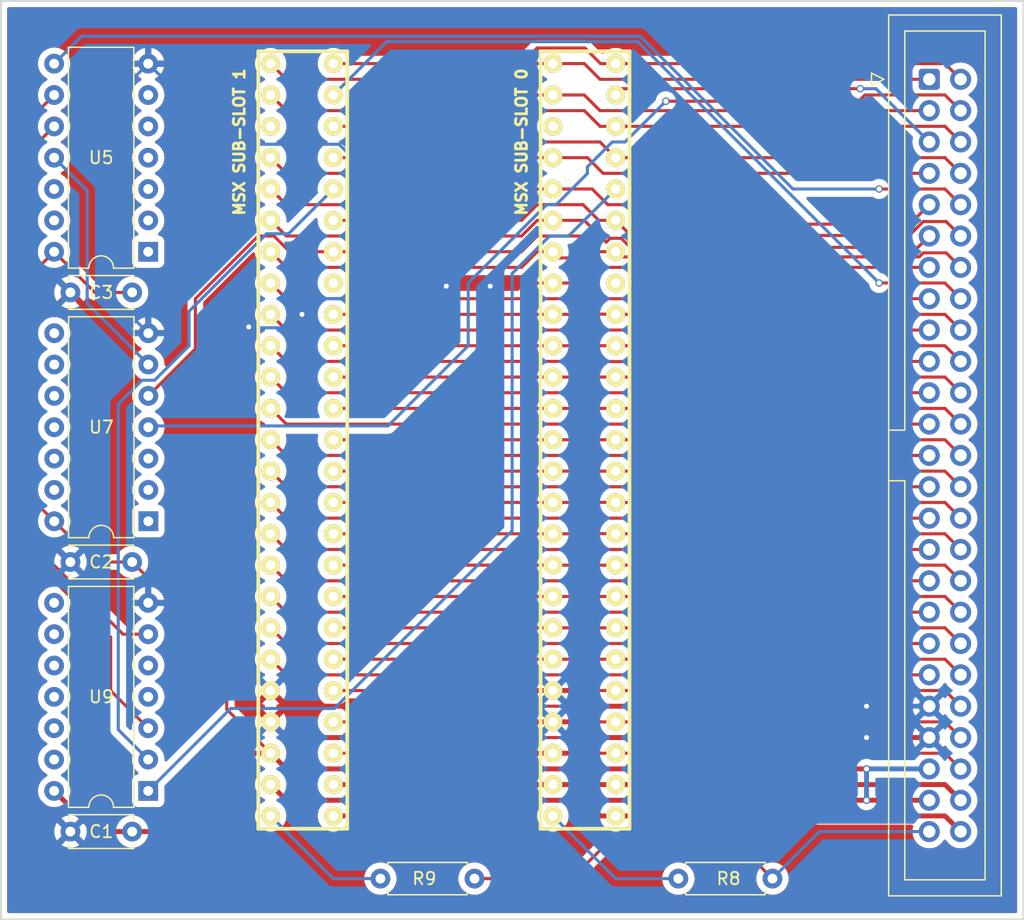
<source format=kicad_pcb>
(kicad_pcb (version 20211014) (generator pcbnew)
  (title_block (title "MSX Slot Expander") (date "2023-02-24") (rev "1"))
  (layers (0 "F.Cu" signal) (31 "B.Cu" signal) (34 "B.Paste" user) (35 "F.Paste" user) (36 "B.SilkS" user "B.Silkscreen") (37 "F.SilkS" user "F.Silkscreen") (38 "B.Mask" user) (39 "F.Mask" user) (44 "Edge.Cuts" user))
  (net 0 "")
  (net 1 "A9")
  (net 2 "A15")
  (net 3 "A11")
  (net 4 "A10")
  (net 5 "A7")
  (net 6 "A6")
  (net 7 "A12")
  (net 8 "A8")
  (net 9 "A14")
  (net 10 "A13")
  (net 11 "A1")
  (net 12 "A0")
  (net 13 "A3")
  (net 14 "A2")
  (net 15 "A5")
  (net 16 "A4")
  (net 17 "D1")
  (net 18 "D0")
  (net 19 "D3")
  (net 20 "D2")
  (net 21 "D5")
  (net 22 "D4")
  (net 23 "D7")
  (net 24 "D6")
  (net 25 "GND")
  (net 26 "CLOCK")
  (net 27 "SW1")
  (net 28 "+5V")
  (net 29 "SW2")
  (net 30 "+12V")
  (net 31 "SOUNDIN")
  (net 32 "-12V")
  (net 33 "{slash}CS1")
  (net 34 "{slash}CS2")
  (net 35 "{slash}CS12")
  (net 36 "{slash}SLTSL")
  (net 37 "EXP_SLTSL0")
  (net 38 "{slash}BUSDIR0")
  (net 39 "EXP_SLTSL1")
  (net 40 "{slash}BUSDIR1")
  (net 41 "{slash}RFSH")
  (net 42 "{slash}WAIT")
  (net 43 "{slash}INT")
  (net 44 "{slash}M1")
  (net 45 "{slash}BUSDIR")
  (net 46 "{slash}IORQ")
  (net 47 "{slash}MERQ")
  (net 48 "{slash}WR")
  (net 49 "{slash}RD")
  (net 50 "{slash}RESET")
  (net 54 "Net-(U5-Pad9)")
  (net 55 "Net-(U5-Pad10)")
  (net 56 "Net-(U5-Pad11)")
  (net 63 "{slash}BUSDIR2")
  (net 64 "{slash}BUSDIR3")
  (net 79 "SOUND0")
  (net 80 "SOUND1")
  (footprint "Resistors_THT:R_Axial_DIN0207_L6.3mm_D2.5mm_P7.62mm_Horizontal" (layer "F.Cu") (at 136.144 145.542)
    (fp_text reference "R8")
    (fp_text value "2K2" hide)
  )
  (footprint "Resistors_THT:R_Axial_DIN0207_L6.3mm_D2.5mm_P7.62mm_Horizontal" (layer "F.Cu") (at 112.014 145.542)
    (fp_text reference "R9")
    (fp_text value "2K2" hide)
  )
  (footprint "Roni Footprints:50_pin_edge_female" (layer "F.Cu") (at 125.984 79.502 -90)
    (fp_text reference "J2" hide)
    (fp_text value "MSX SUB-SLOT 0")
  )
  (footprint "Roni Footprints:50_pin_edge_female" (layer "F.Cu") (at 103.124 79.502 -90)
    (fp_text reference "J3" hide)
    (fp_text value "MSX SUB-SLOT 1")
  )
  (footprint "Connector_IDC:IDC-Header_2x25_P2.54mm_Vertical" (layer "F.Cu") (at 156.464 80.772)
    (fp_text reference "J1" hide)
    (fp_text value "IDC50P - MSX BUS" hide)
  )
  (footprint "Package_DIP:DIP-14_W7.62mm" (layer "F.Cu") (at 93.208 94.747 180)
    (fp_text reference "U5")
    (fp_text value "74LS11")
  )
  (footprint "Capacitor_THT:C_Disc_D5.0mm_W2.5mm_P5.00mm" (layer "F.Cu") (at 91.908 141.732 180)
    (fp_text reference "C1")
    (fp_text value "0.1" hide)
  )
  (footprint "Capacitor_THT:C_Disc_D5.0mm_W2.5mm_P5.00mm" (layer "F.Cu") (at 91.908 119.888 180)
    (fp_text reference "C2")
    (fp_text value "0.1" hide)
  )
  (footprint "Package_DIP:DIP-14_W7.62mm" (layer "F.Cu") (at 93.208 138.435 180)
    (fp_text reference "U9")
    (fp_text value "74LS08")
  )
  (footprint "Capacitor_THT:C_Disc_D5.0mm_W2.5mm_P5.00mm" (layer "F.Cu") (at 91.908 98.044 180)
    (fp_text reference "C3")
    (fp_text value "0.1" hide)
  )
  (footprint "Package_DIP:DIP-14_W7.62mm" (layer "F.Cu") (at 93.218 116.586 180)
    (fp_text reference "U7")
    (fp_text value "74LS32")
  )
  (gr_line (start 164.084 148.844) (end 141.224 148.844) (layer "Edge.Cuts") (width 0.15))
  (gr_line (start 164.084 74.422) (end 81.28 74.422) (layer "Edge.Cuts") (width 0.15))
  (gr_line (start 81.28 74.422) (end 81.28 148.844) (layer "Edge.Cuts") (width 0.15))
  (gr_line (start 164.084 148.844) (end 164.084 74.422) (layer "Edge.Cuts") (width 0.15))
  (gr_line (start 81.28 148.844) (end 141.224 148.844) (layer "Edge.Cuts") (width 0.15))
  (segment (start 128.497592 99.822) (end 129.767592 101.092) (width 0.25) (layer "F.Cu") (net 1))
  (segment (start 103.124 99.822) (end 104.394 101.092) (width 0.25) (layer "F.Cu") (net 1))
  (segment (start 124.714 99.822) (end 125.984 99.822) (width 0.25) (layer "F.Cu") (net 1))
  (segment (start 104.394 101.092) (end 123.444 101.092) (width 0.25) (layer "F.Cu") (net 1))
  (segment (start 129.767592 101.092) (end 156.464 101.092) (width 0.25) (layer "F.Cu") (net 1))
  (segment (start 123.444 101.092) (end 124.714 99.822) (width 0.25) (layer "F.Cu") (net 1))
  (segment (start 125.984 99.822) (end 128.497592 99.822) (width 0.25) (layer "F.Cu") (net 1))
  (segment (start 128.484539 98.552) (end 124.714 98.552) (width 0.25) (layer "F.Cu") (net 2))
  (segment (start 123.444 99.822) (end 124.714 98.552) (width 0.25) (layer "F.Cu") (net 2))
  (segment (start 129.735162 99.802623) (end 131.044623 99.802623) (width 0.25) (layer "F.Cu") (net 2))
  (segment (start 131.064 99.822) (end 157.734 99.822) (width 0.25) (layer "F.Cu") (net 2))
  (segment (start 108.204 99.822) (end 123.444 99.822) (width 0.25) (layer "F.Cu") (net 2))
  (segment (start 157.734 99.822) (end 159.004 101.092) (width 0.25) (layer "F.Cu") (net 2))
  (segment (start 131.044623 99.802623) (end 131.064 99.822) (width 0.25) (layer "F.Cu") (net 2))
  (segment (start 128.484539 98.552) (end 129.735162 99.802623) (width 0.25) (layer "F.Cu") (net 2))
  (segment (start 128.39191 102.362) (end 129.675743 103.645833) (width 0.25) (layer "F.Cu") (net 3))
  (segment (start 151.370167 103.645833) (end 151.384 103.632) (width 0.25) (layer "F.Cu") (net 3))
  (segment (start 125.984 102.362) (end 128.39191 102.362) (width 0.25) (layer "F.Cu") (net 3))
  (segment (start 103.124 102.362) (end 104.394 103.632) (width 0.25) (layer "F.Cu") (net 3))
  (segment (start 124.714 102.362) (end 125.984 102.362) (width 0.25) (layer "F.Cu") (net 3))
  (segment (start 151.384 103.632) (end 156.464 103.632) (width 0.25) (layer "F.Cu") (net 3))
  (segment (start 123.444 103.632) (end 124.714 102.362) (width 0.25) (layer "F.Cu") (net 3))
  (segment (start 129.675743 103.645833) (end 151.370167 103.645833) (width 0.25) (layer "F.Cu") (net 3))
  (segment (start 104.394 103.632) (end 123.444 103.632) (width 0.25) (layer "F.Cu") (net 3))
  (segment (start 123.444 102.362) (end 124.714 101.092) (width 0.25) (layer "F.Cu") (net 4))
  (segment (start 128.510646 101.092) (end 129.780646 102.362) (width 0.25) (layer "F.Cu") (net 4))
  (segment (start 157.734 102.362) (end 159.004 103.632) (width 0.25) (layer "F.Cu") (net 4))
  (segment (start 131.064 102.362) (end 157.734 102.362) (width 0.25) (layer "F.Cu") (net 4))
  (segment (start 129.780646 102.362) (end 131.064 102.362) (width 0.25) (layer "F.Cu") (net 4))
  (segment (start 108.204 102.362) (end 123.444 102.362) (width 0.25) (layer "F.Cu") (net 4))
  (segment (start 124.714 101.092) (end 128.510646 101.092) (width 0.25) (layer "F.Cu") (net 4))
  (segment (start 124.714 104.902) (end 125.984 104.902) (width 0.25) (layer "F.Cu") (net 5))
  (segment (start 103.124 104.902) (end 104.394 106.172) (width 0.25) (layer "F.Cu") (net 5))
  (segment (start 123.444 106.172) (end 124.714 104.902) (width 0.25) (layer "F.Cu") (net 5))
  (segment (start 129.764195 106.172) (end 156.464 106.172) (width 0.25) (layer "F.Cu") (net 5))
  (segment (start 104.394 106.172) (end 123.444 106.172) (width 0.25) (layer "F.Cu") (net 5))
  (segment (start 125.984 104.902) (end 128.494195 104.902) (width 0.25) (layer "F.Cu") (net 5))
  (segment (start 128.494195 104.902) (end 129.764195 106.172) (width 0.25) (layer "F.Cu") (net 5))
  (segment (start 157.734 104.902) (end 159.004 106.172) (width 0.25) (layer "F.Cu") (net 6))
  (segment (start 129.694008 104.902) (end 131.064 104.902) (width 0.25) (layer "F.Cu") (net 6))
  (segment (start 124.714 103.632) (end 128.424008 103.632) (width 0.25) (layer "F.Cu") (net 6))
  (segment (start 128.424008 103.632) (end 129.694008 104.902) (width 0.25) (layer "F.Cu") (net 6))
  (segment (start 131.064 104.902) (end 157.734 104.902) (width 0.25) (layer "F.Cu") (net 6))
  (segment (start 123.444 104.902) (end 124.714 103.632) (width 0.25) (layer "F.Cu") (net 6))
  (segment (start 108.204 104.902) (end 123.444 104.902) (width 0.25) (layer "F.Cu") (net 6))
  (segment (start 128.520301 107.442) (end 129.790301 108.712) (width 0.25) (layer "F.Cu") (net 7))
  (segment (start 103.124 107.442) (end 104.394 108.712) (width 0.25) (layer "F.Cu") (net 7))
  (segment (start 124.714 107.442) (end 125.984 107.442) (width 0.25) (layer "F.Cu") (net 7))
  (segment (start 129.790301 108.712) (end 156.464 108.712) (width 0.25) (layer "F.Cu") (net 7))
  (segment (start 123.444 108.712) (end 124.714 107.442) (width 0.25) (layer "F.Cu") (net 7))
  (segment (start 125.984 107.442) (end 128.520301 107.442) (width 0.25) (layer "F.Cu") (net 7))
  (segment (start 104.394 108.712) (end 123.444 108.712) (width 0.25) (layer "F.Cu") (net 7))
  (segment (start 131.064 107.442) (end 157.734 107.442) (width 0.25) (layer "F.Cu") (net 8))
  (segment (start 124.714 106.172) (end 128.507248 106.172) (width 0.25) (layer "F.Cu") (net 8))
  (segment (start 123.444 107.442) (end 124.714 106.172) (width 0.25) (layer "F.Cu") (net 8))
  (segment (start 128.507248 106.172) (end 129.777248 107.442) (width 0.25) (layer "F.Cu") (net 8))
  (segment (start 129.777248 107.442) (end 131.064 107.442) (width 0.25) (layer "F.Cu") (net 8))
  (segment (start 157.734 107.442) (end 159.004 108.712) (width 0.25) (layer "F.Cu") (net 8))
  (segment (start 108.204 107.442) (end 123.444 107.442) (width 0.25) (layer "F.Cu") (net 8))
  (segment (start 103.124 109.982) (end 104.394 111.252) (width 0.25) (layer "F.Cu") (net 9))
  (segment (start 104.394 111.252) (end 123.444 111.252) (width 0.25) (layer "F.Cu") (net 9))
  (segment (start 123.444 111.252) (end 124.714 109.982) (width 0.25) (layer "F.Cu") (net 9))
  (segment (start 124.714 109.982) (end 125.984 109.982) (width 0.25) (layer "F.Cu") (net 9))
  (segment (start 125.984 109.982) (end 128.527364 109.982) (width 0.25) (layer "F.Cu") (net 9))
  (segment (start 129.797364 111.252) (end 156.464 111.252) (width 0.25) (layer "F.Cu") (net 9))
  (segment (start 128.527364 109.982) (end 129.797364 111.252) (width 0.25) (layer "F.Cu") (net 9))
  (segment (start 157.734 109.982) (end 159.004 111.252) (width 0.25) (layer "F.Cu") (net 10))
  (segment (start 123.444 109.982) (end 124.714 108.712) (width 0.25) (layer "F.Cu") (net 10))
  (segment (start 124.714 108.712) (end 128.476221 108.712) (width 0.25) (layer "F.Cu") (net 10))
  (segment (start 108.204 109.982) (end 123.444 109.982) (width 0.25) (layer "F.Cu") (net 10))
  (segment (start 129.746221 109.982) (end 131.064 109.982) (width 0.25) (layer "F.Cu") (net 10))
  (segment (start 128.476221 108.712) (end 129.746221 109.982) (width 0.25) (layer "F.Cu") (net 10))
  (segment (start 131.064 109.982) (end 157.734 109.982) (width 0.25) (layer "F.Cu") (net 10))
  (segment (start 104.394 113.792) (end 123.444 113.792) (width 0.25) (layer "F.Cu") (net 11))
  (segment (start 125.984 112.522) (end 128.515381 112.522) (width 0.25) (layer "F.Cu") (net 11))
  (segment (start 128.515381 112.522) (end 129.785381 113.792) (width 0.25) (layer "F.Cu") (net 11))
  (segment (start 129.785381 113.792) (end 156.464 113.792) (width 0.25) (layer "F.Cu") (net 11))
  (segment (start 124.714 112.522) (end 125.984 112.522) (width 0.25) (layer "F.Cu") (net 11))
  (segment (start 103.124 112.522) (end 104.394 113.792) (width 0.25) (layer "F.Cu") (net 11))
  (segment (start 123.444 113.792) (end 124.714 112.522) (width 0.25) (layer "F.Cu") (net 11))
  (segment (start 124.714 111.252) (end 128.521373 111.252) (width 0.25) (layer "F.Cu") (net 12))
  (segment (start 157.734 112.522) (end 159.004 113.792) (width 0.25) (layer "F.Cu") (net 12))
  (segment (start 123.444 112.522) (end 124.714 111.252) (width 0.25) (layer "F.Cu") (net 12))
  (segment (start 128.521373 111.252) (end 129.792296 112.522923) (width 0.25) (layer "F.Cu") (net 12))
  (segment (start 131.064 112.522) (end 157.734 112.522) (width 0.25) (layer "F.Cu") (net 12))
  (segment (start 129.792296 112.522923) (end 131.063077 112.522923) (width 0.25) (layer "F.Cu") (net 12))
  (segment (start 131.063077 112.522923) (end 131.064 112.522) (width 0.25) (layer "F.Cu") (net 12))
  (segment (start 108.204 112.522) (end 123.444 112.522) (width 0.25) (layer "F.Cu") (net 12))
  (segment (start 104.394 116.332) (end 123.444 116.332) (width 0.25) (layer "F.Cu") (net 13))
  (segment (start 128.522443 115.062) (end 129.792443 116.332) (width 0.25) (layer "F.Cu") (net 13))
  (segment (start 129.792443 116.332) (end 156.464 116.332) (width 0.25) (layer "F.Cu") (net 13))
  (segment (start 125.984 115.062) (end 128.522443 115.062) (width 0.25) (layer "F.Cu") (net 13))
  (segment (start 124.714 115.062) (end 125.984 115.062) (width 0.25) (layer "F.Cu") (net 13))
  (segment (start 103.124 115.062) (end 104.394 116.332) (width 0.25) (layer "F.Cu") (net 13))
  (segment (start 123.444 116.332) (end 124.714 115.062) (width 0.25) (layer "F.Cu") (net 13))
  (segment (start 131.064 115.062) (end 157.734 115.062) (width 0.25) (layer "F.Cu") (net 14))
  (segment (start 128.452255 113.792) (end 129.713831 115.053576) (width 0.25) (layer "F.Cu") (net 14))
  (segment (start 131.055576 115.053576) (end 131.064 115.062) (width 0.25) (layer "F.Cu") (net 14))
  (segment (start 108.204 115.062) (end 123.444 115.062) (width 0.25) (layer "F.Cu") (net 14))
  (segment (start 157.734 115.062) (end 159.004 116.332) (width 0.25) (layer "F.Cu") (net 14))
  (segment (start 123.444 115.062) (end 124.714 113.792) (width 0.25) (layer "F.Cu") (net 14))
  (segment (start 129.713831 115.053576) (end 131.055576 115.053576) (width 0.25) (layer "F.Cu") (net 14))
  (segment (start 124.714 113.792) (end 128.452255 113.792) (width 0.25) (layer "F.Cu") (net 14))
  (segment (start 103.124 117.602) (end 104.394 118.872) (width 0.25) (layer "F.Cu") (net 15))
  (segment (start 104.394 118.872) (end 123.444 118.872) (width 0.25) (layer "F.Cu") (net 15))
  (segment (start 123.444 118.872) (end 124.714 117.602) (width 0.25) (layer "F.Cu") (net 15))
  (segment (start 128.491415 117.602) (end 129.761415 118.872) (width 0.25) (layer "F.Cu") (net 15))
  (segment (start 124.714 117.602) (end 125.984 117.602) (width 0.25) (layer "F.Cu") (net 15))
  (segment (start 129.761415 118.872) (end 156.464 118.872) (width 0.25) (layer "F.Cu") (net 15))
  (segment (start 125.984 117.602) (end 128.491415 117.602) (width 0.25) (layer "F.Cu") (net 15))
  (segment (start 128.478362 116.332) (end 129.732876 117.586514) (width 0.25) (layer "F.Cu") (net 16))
  (segment (start 123.444 117.602) (end 124.714 116.332) (width 0.25) (layer "F.Cu") (net 16))
  (segment (start 131.048514 117.586514) (end 131.064 117.602) (width 0.25) (layer "F.Cu") (net 16))
  (segment (start 124.714 116.332) (end 128.478362 116.332) (width 0.25) (layer "F.Cu") (net 16))
  (segment (start 108.204 117.602) (end 123.444 117.602) (width 0.25) (layer "F.Cu") (net 16))
  (segment (start 129.732876 117.586514) (end 131.048514 117.586514) (width 0.25) (layer "F.Cu") (net 16))
  (segment (start 131.064 117.602) (end 157.734 117.602) (width 0.25) (layer "F.Cu") (net 16))
  (segment (start 157.734 117.602) (end 159.004 118.872) (width 0.25) (layer "F.Cu") (net 16))
  (segment (start 103.124 120.142) (end 104.394 121.412) (width 0.25) (layer "F.Cu") (net 17))
  (segment (start 129.768478 121.412) (end 156.464 121.412) (width 0.25) (layer "F.Cu") (net 17))
  (segment (start 124.714 120.142) (end 125.984 120.142) (width 0.25) (layer "F.Cu") (net 17))
  (segment (start 123.444 121.412) (end 124.714 120.142) (width 0.25) (layer "F.Cu") (net 17))
  (segment (start 104.394 121.412) (end 123.444 121.412) (width 0.25) (layer "F.Cu") (net 17))
  (segment (start 128.498478 120.142) (end 129.768478 121.412) (width 0.25) (layer "F.Cu") (net 17))
  (segment (start 125.984 120.142) (end 128.498478 120.142) (width 0.25) (layer "F.Cu") (net 17))
  (segment (start 124.714 118.872) (end 128.504469 118.872) (width 0.25) (layer "F.Cu") (net 18))
  (segment (start 108.204 120.142) (end 123.444 120.142) (width 0.25) (layer "F.Cu") (net 18))
  (segment (start 157.734 120.142) (end 159.004 121.412) (width 0.25) (layer "F.Cu") (net 18))
  (segment (start 123.444 120.142) (end 124.714 118.872) (width 0.25) (layer "F.Cu") (net 18))
  (segment (start 128.504469 118.872) (end 129.774469 120.142) (width 0.25) (layer "F.Cu") (net 18))
  (segment (start 129.774469 120.142) (end 131.064 120.142) (width 0.25) (layer "F.Cu") (net 18))
  (segment (start 131.064 120.142) (end 157.734 120.142) (width 0.25) (layer "F.Cu") (net 18))
  (segment (start 129.737451 123.952) (end 156.464 123.952) (width 0.25) (layer "F.Cu") (net 19))
  (segment (start 128.467451 122.682) (end 129.737451 123.952) (width 0.25) (layer "F.Cu") (net 19))
  (segment (start 124.714 122.682) (end 125.984 122.682) (width 0.25) (layer "F.Cu") (net 19))
  (segment (start 104.394 123.952) (end 123.444 123.952) (width 0.25) (layer "F.Cu") (net 19))
  (segment (start 125.984 122.682) (end 128.467451 122.682) (width 0.25) (layer "F.Cu") (net 19))
  (segment (start 103.124 122.682) (end 104.394 123.952) (width 0.25) (layer "F.Cu") (net 19))
  (segment (start 123.444 123.952) (end 124.714 122.682) (width 0.25) (layer "F.Cu") (net 19))
  (segment (start 108.204 122.682) (end 123.444 122.682) (width 0.25) (layer "F.Cu") (net 20))
  (segment (start 128.492486 121.412) (end 129.762486 122.682) (width 0.25) (layer "F.Cu") (net 20))
  (segment (start 124.714 121.412) (end 128.492486 121.412) (width 0.25) (layer "F.Cu") (net 20))
  (segment (start 129.762486 122.682) (end 131.064 122.682) (width 0.25) (layer "F.Cu") (net 20))
  (segment (start 131.064 122.682) (end 157.734 122.682) (width 0.25) (layer "F.Cu") (net 20))
  (segment (start 123.444 122.682) (end 124.714 121.412) (width 0.25) (layer "F.Cu") (net 20))
  (segment (start 157.734 122.682) (end 159.004 123.952) (width 0.25) (layer "F.Cu") (net 20))
  (segment (start 124.714 125.222) (end 125.984 125.222) (width 0.25) (layer "F.Cu") (net 21))
  (segment (start 104.394 126.492) (end 123.444 126.492) (width 0.25) (layer "F.Cu") (net 21))
  (segment (start 125.984 125.222) (end 128.476036 125.222) (width 0.25) (layer "F.Cu") (net 21))
  (segment (start 129.746036 126.492) (end 156.464 126.492) (width 0.25) (layer "F.Cu") (net 21))
  (segment (start 128.476036 125.222) (end 129.746036 126.492) (width 0.25) (layer "F.Cu") (net 21))
  (segment (start 123.444 126.492) (end 124.714 125.222) (width 0.25) (layer "F.Cu") (net 21))
  (segment (start 103.124 125.222) (end 104.394 126.492) (width 0.25) (layer "F.Cu") (net 21))
  (segment (start 123.444 125.222) (end 124.714 123.952) (width 0.25) (layer "F.Cu") (net 22))
  (segment (start 124.714 123.952) (end 128.499548 123.952) (width 0.25) (layer "F.Cu") (net 22))
  (segment (start 157.734 125.222) (end 159.004 126.492) (width 0.25) (layer "F.Cu") (net 22))
  (segment (start 129.769548 125.222) (end 131.064 125.222) (width 0.25) (layer "F.Cu") (net 22))
  (segment (start 128.499548 123.952) (end 129.769548 125.222) (width 0.25) (layer "F.Cu") (net 22))
  (segment (start 108.204 125.222) (end 123.444 125.222) (width 0.25) (layer "F.Cu") (net 22))
  (segment (start 131.064 125.222) (end 157.734 125.222) (width 0.25) (layer "F.Cu") (net 22))
  (segment (start 103.124 127.762) (end 104.394 129.032) (width 0.25) (layer "F.Cu") (net 23))
  (segment (start 123.444 129.032) (end 124.714 127.762) (width 0.25) (layer "F.Cu") (net 23))
  (segment (start 124.714 127.762) (end 125.984 127.762) (width 0.25) (layer "F.Cu") (net 23))
  (segment (start 129.734053 129.032) (end 156.464 129.032) (width 0.25) (layer "F.Cu") (net 23))
  (segment (start 128.464053 127.762) (end 129.734053 129.032) (width 0.25) (layer "F.Cu") (net 23))
  (segment (start 104.394 129.032) (end 123.444 129.032) (width 0.25) (layer "F.Cu") (net 23))
  (segment (start 125.984 127.762) (end 128.464053 127.762) (width 0.25) (layer "F.Cu") (net 23))
  (segment (start 128.508134 126.492) (end 129.778134 127.762) (width 0.25) (layer "F.Cu") (net 24))
  (segment (start 131.064 127.762) (end 157.734 127.762) (width 0.25) (layer "F.Cu") (net 24))
  (segment (start 108.204 127.762) (end 123.444 127.762) (width 0.25) (layer "F.Cu") (net 24))
  (segment (start 124.714 126.492) (end 128.508134 126.492) (width 0.25) (layer "F.Cu") (net 24))
  (segment (start 129.778134 127.762) (end 131.064 127.762) (width 0.25) (layer "F.Cu") (net 24))
  (segment (start 123.444 127.762) (end 124.714 126.492) (width 0.25) (layer "F.Cu") (net 24))
  (segment (start 157.734 127.762) (end 159.004 129.032) (width 0.25) (layer "F.Cu") (net 24))
  (segment (start 117.348 97.536) (end 120.904 97.536) (width 0.25) (layer "F.Cu") (net 25))
  (segment (start 104.394 131.572) (end 123.444 131.572) (width 0.4) (layer "F.Cu") (net 25))
  (segment (start 151.384 134.112) (end 156.464 134.112) (width 0.4) (layer "F.Cu") (net 25))
  (segment (start 125.984 132.842) (end 128.535311 132.842) (width 0.4) (layer "F.Cu") (net 25))
  (segment (start 128.535311 132.842) (end 129.805311 134.112) (width 0.4) (layer "F.Cu") (net 25))
  (segment (start 129.805311 134.112) (end 151.384 134.112) (width 0.4) (layer "F.Cu") (net 25))
  (segment (start 123.444 134.112) (end 124.714 132.842) (width 0.4) (layer "F.Cu") (net 25))
  (segment (start 124.714 130.302) (end 125.984 130.302) (width 0.4) (layer "F.Cu") (net 25))
  (segment (start 129.722071 131.572) (end 151.384 131.572) (width 0.4) (layer "F.Cu") (net 25))
  (segment (start 125.984 130.302) (end 128.452071 130.302) (width 0.4) (layer "F.Cu") (net 25))
  (segment (start 103.124 130.302) (end 104.394 131.572) (width 0.4) (layer "F.Cu") (net 25))
  (segment (start 124.714 132.842) (end 125.984 132.842) (width 0.4) (layer "F.Cu") (net 25))
  (segment (start 128.452071 130.302) (end 129.722071 131.572) (width 0.4) (layer "F.Cu") (net 25))
  (segment (start 123.444 131.572) (end 124.714 130.302) (width 0.4) (layer "F.Cu") (net 25))
  (segment (start 103.124 132.842) (end 104.394 134.112) (width 0.4) (layer "F.Cu") (net 25))
  (segment (start 104.394 134.112) (end 123.444 134.112) (width 0.4) (layer "F.Cu") (net 25))
  (via (at 120.904 97.536) (size 0.6) (drill 0.4) (layers "F.Cu" "B.Cu") (net 25))
  (via (at 105.664 99.822) (size 0.6) (drill 0.4) (layers "F.Cu" "B.Cu") (net 25))
  (via (at 101.346 100.838) (size 0.6) (drill 0.4) (layers "F.Cu" "B.Cu") (net 25))
  (via (at 151.384 131.572) (size 0.6) (drill 0.4) (layers "F.Cu" "B.Cu") (net 25))
  (via (at 151.384 134.112) (size 0.6) (drill 0.4) (layers "F.Cu" "B.Cu") (net 25))
  (via (at 117.348 97.536) (size 0.6) (drill 0.4) (layers "F.Cu" "B.Cu") (net 25))
  (segment (start 84.074 138.898) (end 84.074 122.722) (width 0.25) (layer "B.Cu") (net 25))
  (segment (start 84.074 122.722) (end 86.908 119.888) (width 0.25) (layer "B.Cu") (net 25))
  (segment (start 117.348 97.536) (end 117.348 94.728749) (width 0.25) (layer "B.Cu") (net 25))
  (segment (start 106.934 98.552) (end 116.332 98.552) (width 0.25) (layer "B.Cu") (net 25))
  (segment (start 151.384 134.112) (end 151.384 131.572) (width 0.4) (layer "B.Cu") (net 25))
  (segment (start 84.074 117.054) (end 84.074 100.878) (width 0.25) (layer "B.Cu") (net 25))
  (segment (start 108.654251 86.035) (end 99.736 86.035) (width 0.25) (layer "B.Cu") (net 25))
  (segment (start 151.384 131.572) (end 156.464 131.572) (width 0.4) (layer "B.Cu") (net 25))
  (segment (start 105.664 99.822) (end 106.934 98.552) (width 0.25) (layer "B.Cu") (net 25))
  (segment (start 99.736 86.035) (end 93.208 79.507) (width 0.25) (layer "B.Cu") (net 25))
  (segment (start 116.332 98.552) (end 117.348 97.536) (width 0.25) (layer "B.Cu") (net 25))
  (segment (start 101.417 100.909) (end 101.346 100.838) (width 0.25) (layer "B.Cu") (net 25))
  (segment (start 90.17 98.298) (end 90.17 82.545) (width 0.25) (layer "B.Cu") (net 25))
  (segment (start 105.664 99.822) (end 104.577 100.909) (width 0.25) (layer "B.Cu") (net 25))
  (segment (start 84.074 100.878) (end 86.908 98.044) (width 0.25) (layer "B.Cu") (net 25))
  (segment (start 86.908 141.732) (end 84.074 138.898) (width 0.25) (layer "B.Cu") (net 25))
  (segment (start 93.218 101.346) (end 90.17 98.298) (width 0.25) (layer "B.Cu") (net 25))
  (segment (start 86.908 119.888) (end 84.074 117.054) (width 0.25) (layer "B.Cu") (net 25))
  (segment (start 90.17 82.545) (end 93.208 79.507) (width 0.25) (layer "B.Cu") (net 25))
  (segment (start 104.577 100.909) (end 101.417 100.909) (width 0.25) (layer "B.Cu") (net 25))
  (segment (start 117.348 94.728749) (end 108.654251 86.035) (width 0.25) (layer "B.Cu") (net 25))
  (segment (start 108.204 130.302) (end 123.444 130.302) (width 0.25) (layer "F.Cu") (net 26))
  (segment (start 129.709018 130.302) (end 131.064 130.302) (width 0.25) (layer "F.Cu") (net 26))
  (segment (start 128.439018 129.032) (end 129.709018 130.302) (width 0.25) (layer "F.Cu") (net 26))
  (segment (start 157.734 130.302) (end 131.064 130.302) (width 0.25) (layer "F.Cu") (net 26))
  (segment (start 159.004 131.572) (end 157.734 130.302) (width 0.25) (layer "F.Cu") (net 26))
  (segment (start 123.444 130.302) (end 124.714 129.032) (width 0.25) (layer "F.Cu") (net 26))
  (segment (start 124.714 129.032) (end 128.439018 129.032) (width 0.25) (layer "F.Cu") (net 26))
  (segment (start 108.204 132.842) (end 123.698 132.842) (width 0.25) (layer "F.Cu") (net 27))
  (segment (start 123.698 132.842) (end 124.968 131.572) (width 0.25) (layer "F.Cu") (net 27))
  (segment (start 129.794 132.842) (end 131.064 132.842) (width 0.25) (layer "F.Cu") (net 27))
  (segment (start 128.524 131.572) (end 129.794 132.842) (width 0.25) (layer "F.Cu") (net 27))
  (segment (start 159.004 134.112) (end 157.734 132.842) (width 0.25) (layer "F.Cu") (net 27))
  (segment (start 157.734 132.842) (end 131.064 132.842) (width 0.25) (layer "F.Cu") (net 27))
  (segment (start 124.968 131.572) (end 128.524 131.572) (width 0.25) (layer "F.Cu") (net 27))
  (segment (start 128.466194 135.382) (end 125.984 135.382) (width 0.4) (layer "F.Cu") (net 28))
  (segment (start 125.984 137.922) (end 124.714 137.922) (width 0.4) (layer "F.Cu") (net 28))
  (segment (start 99.568 131.826) (end 99.568 127.548) (width 0.25) (layer "F.Cu") (net 28))
  (segment (start 129.857524 139.192) (end 151.384 139.192) (width 0.4) (layer "F.Cu") (net 28))
  (segment (start 88.885 98.044) (end 85.588 94.747) (width 0.25) (layer "F.Cu") (net 28))
  (segment (start 101.854 135.382) (end 95.504 141.732) (width 0.4) (layer "F.Cu") (net 28))
  (segment (start 124.714 135.382) (end 125.984 135.382) (width 0.4) (layer "F.Cu") (net 28))
  (segment (start 124.714 137.922) (end 123.444 139.192) (width 0.4) (layer "F.Cu") (net 28))
  (segment (start 104.394 136.652) (end 123.444 136.652) (width 0.4) (layer "F.Cu") (net 28))
  (segment (start 103.124 135.382) (end 99.568 131.826) (width 0.25) (layer "F.Cu") (net 28))
  (segment (start 125.984 137.922) (end 128.587524 137.922) (width 0.4) (layer "F.Cu") (net 28))
  (segment (start 88.9 119.888) (end 85.598 116.586) (width 0.25) (layer "F.Cu") (net 28))
  (segment (start 103.124 135.382) (end 101.854 135.382) (width 0.4) (layer "F.Cu") (net 28))
  (segment (start 128.587524 137.922) (end 129.857524 139.192) (width 0.4) (layer "F.Cu") (net 28))
  (segment (start 103.124 135.382) (end 104.394 136.652) (width 0.4) (layer "F.Cu") (net 28))
  (segment (start 88.885 141.732) (end 85.588 138.435) (width 0.4) (layer "F.Cu") (net 28))
  (segment (start 91.908 141.732) (end 88.885 141.732) (width 0.4) (layer "F.Cu") (net 28))
  (segment (start 151.384 136.652) (end 129.736194 136.652) (width 0.4) (layer "F.Cu") (net 28))
  (segment (start 95.504 141.732) (end 91.908 141.732) (width 0.4) (layer "F.Cu") (net 28))
  (segment (start 85.598 116.586) (end 84.144399 115.132399) (width 0.25) (layer "F.Cu") (net 28))
  (segment (start 151.384 139.192) (end 156.464 139.192) (width 0.4) (layer "F.Cu") (net 28))
  (segment (start 91.908 119.888) (end 88.9 119.888) (width 0.25) (layer "F.Cu") (net 28))
  (segment (start 91.908 98.044) (end 88.885 98.044) (width 0.25) (layer "F.Cu") (net 28))
  (segment (start 84.144399 96.190601) (end 85.588 94.747) (width 0.25) (layer "F.Cu") (net 28))
  (segment (start 99.568 127.548) (end 91.908 119.888) (width 0.25) (layer "F.Cu") (net 28))
  (segment (start 123.444 136.652) (end 124.714 135.382) (width 0.4) (layer "F.Cu") (net 28))
  (segment (start 84.144399 115.132399) (end 84.144399 96.190601) (width 0.25) (layer "F.Cu") (net 28))
  (segment (start 129.736194 136.652) (end 128.466194 135.382) (width 0.4) (layer "F.Cu") (net 28))
  (segment (start 123.444 139.192) (end 104.394 139.192) (width 0.4) (layer "F.Cu") (net 28))
  (segment (start 104.394 139.192) (end 103.124 137.922) (width 0.4) (layer "F.Cu") (net 28))
  (via (at 151.384 139.192) (size 0.6) (drill 0.4) (layers "F.Cu" "B.Cu") (net 28))
  (via (at 151.384 136.652) (size 0.6) (drill 0.4) (layers "F.Cu" "B.Cu") (net 28))
  (segment (start 151.384 139.192) (end 151.384 136.652) (width 0.4) (layer "B.Cu") (net 28))
  (segment (start 156.464 136.652) (end 151.384 136.652) (width 0.4) (layer "B.Cu") (net 28))
  (segment (start 108.204 135.382) (end 123.444 135.382) (width 0.25) (layer "F.Cu") (net 29))
  (segment (start 157.734 135.382) (end 131.064 135.382) (width 0.25) (layer "F.Cu") (net 29))
  (segment (start 124.714 134.112) (end 128.524 134.112) (width 0.25) (layer "F.Cu") (net 29))
  (segment (start 123.444 135.382) (end 124.714 134.112) (width 0.25) (layer "F.Cu") (net 29))
  (segment (start 128.524 134.112) (end 129.794 135.382) (width 0.25) (layer "F.Cu") (net 29))
  (segment (start 129.794 135.382) (end 131.064 135.382) (width 0.25) (layer "F.Cu") (net 29))
  (segment (start 159.004 136.652) (end 157.734 135.382) (width 0.25) (layer "F.Cu") (net 29))
  (segment (start 108.204 137.922) (end 123.444 137.922) (width 0.4) (layer "F.Cu") (net 30))
  (segment (start 129.749248 137.922) (end 131.064 137.922) (width 0.4) (layer "F.Cu") (net 30))
  (segment (start 124.714 136.652) (end 128.479248 136.652) (width 0.4) (layer "F.Cu") (net 30))
  (segment (start 123.444 137.922) (end 124.714 136.652) (width 0.4) (layer "F.Cu") (net 30))
  (segment (start 128.479248 136.652) (end 129.749248 137.922) (width 0.4) (layer "F.Cu") (net 30))
  (segment (start 157.734 137.922) (end 131.064 137.922) (width 0.4) (layer "F.Cu") (net 30))
  (segment (start 159.004 139.192) (end 157.734 137.922) (width 0.4) (layer "F.Cu") (net 30))
  (segment (start 119.634 145.542) (end 127.508 145.542) (width 0.25) (layer "F.Cu") (net 31))
  (segment (start 141.224 143.002) (end 143.764 145.542) (width 0.25) (layer "F.Cu") (net 31))
  (segment (start 130.048 143.002) (end 141.224 143.002) (width 0.25) (layer "F.Cu") (net 31))
  (segment (start 127.508 145.542) (end 130.048 143.002) (width 0.25) (layer "F.Cu") (net 31))
  (segment (start 147.574 141.732) (end 143.764 145.542) (width 0.25) (layer "B.Cu") (net 31))
  (segment (start 156.464 141.732) (end 147.574 141.732) (width 0.25) (layer "B.Cu") (net 31))
  (segment (start 128.543444 139.192) (end 129.813444 140.462) (width 0.4) (layer "F.Cu") (net 32))
  (segment (start 123.444 140.462) (end 124.714 139.192) (width 0.4) (layer "F.Cu") (net 32))
  (segment (start 157.734 140.462) (end 131.064 140.462) (width 0.4) (layer "F.Cu") (net 32))
  (segment (start 124.714 139.192) (end 128.543444 139.192) (width 0.4) (layer "F.Cu") (net 32))
  (segment (start 159.004 141.732) (end 157.734 140.462) (width 0.4) (layer "F.Cu") (net 32))
  (segment (start 129.813444 140.462) (end 131.064 140.462) (width 0.4) (layer "F.Cu") (net 32))
  (segment (start 108.204 140.462) (end 123.444 140.462) (width 0.4) (layer "F.Cu") (net 32))
  (segment (start 128.524 79.502) (end 129.794 80.772) (width 0.25) (layer "F.Cu") (net 33))
  (segment (start 129.794 80.772) (end 156.464 80.772) (width 0.25) (layer "F.Cu") (net 33))
  (segment (start 104.394 80.772) (end 123.444 80.772) (width 0.25) (layer "F.Cu") (net 33))
  (segment (start 103.124 79.502) (end 104.394 80.772) (width 0.25) (layer "F.Cu") (net 33))
  (segment (start 125.984 79.502) (end 128.524 79.502) (width 0.25) (layer "F.Cu") (net 33))
  (segment (start 123.444 80.772) (end 124.714 79.502) (width 0.25) (layer "F.Cu") (net 33))
  (segment (start 124.714 79.502) (end 125.984 79.502) (width 0.25) (layer "F.Cu") (net 33))
  (segment (start 157.734 79.502) (end 159.004 80.772) (width 0.25) (layer "F.Cu") (net 34))
  (segment (start 123.444 79.502) (end 124.714 78.232) (width 0.25) (layer "F.Cu") (net 34))
  (segment (start 124.714 78.232) (end 128.57202 78.232) (width 0.25) (layer "F.Cu") (net 34))
  (segment (start 129.84202 79.502) (end 131.064 79.502) (width 0.25) (layer "F.Cu") (net 34))
  (segment (start 128.57202 78.232) (end 129.84202 79.502) (width 0.25) (layer "F.Cu") (net 34))
  (segment (start 108.204 79.502) (end 123.444 79.502) (width 0.25) (layer "F.Cu") (net 34))
  (segment (start 131.064 79.502) (end 157.734 79.502) (width 0.25) (layer "F.Cu") (net 34))
  (segment (start 125.984 82.042) (end 128.524 82.042) (width 0.25) (layer "F.Cu") (net 35))
  (segment (start 103.124 82.042) (end 104.394 83.312) (width 0.25) (layer "F.Cu") (net 35))
  (segment (start 128.524 82.042) (end 129.794 83.312) (width 0.25) (layer "F.Cu") (net 35))
  (segment (start 124.714 82.042) (end 125.984 82.042) (width 0.25) (layer "F.Cu") (net 35))
  (segment (start 129.794 83.312) (end 156.464 83.312) (width 0.25) (layer "F.Cu") (net 35))
  (segment (start 104.394 83.312) (end 123.444 83.312) (width 0.25) (layer "F.Cu") (net 35))
  (segment (start 123.444 83.312) (end 124.714 82.042) (width 0.25) (layer "F.Cu") (net 35))
  (segment (start 157.734 82.042) (end 159.004 83.312) (width 0.25) (layer "F.Cu") (net 36))
  (segment (start 135.128 82.55) (end 150.743884 82.55) (width 0.25) (layer "F.Cu") (net 36))
  (segment (start 150.743884 82.55) (end 151.251884 82.042) (width 0.25) (layer "F.Cu") (net 36))
  (segment (start 151.251884 82.042) (end 157.734 82.042) (width 0.25) (layer "F.Cu") (net 36))
  (via (at 135.128 82.55) (size 0.6) (drill 0.4) (layers "F.Cu" "B.Cu") (net 36))
  (segment (start 130.796749 85.852) (end 128.778 87.870749) (width 0.25) (layer "B.Cu") (net 36))
  (segment (start 112.62714 108.86086) (end 93.32314 108.86086) (width 0.25) (layer "B.Cu") (net 36))
  (segment (start 93.32314 108.86086) (end 93.218 108.966) (width 0.25) (layer "B.Cu") (net 36))
  (segment (start 119.126 102.362) (end 112.62714 108.86086) (width 0.25) (layer "B.Cu") (net 36))
  (segment (start 135.128 82.55) (end 131.826 85.852) (width 0.25) (layer "B.Cu") (net 36))
  (segment (start 128.778 87.870749) (end 128.778 88.405251) (width 0.25) (layer "B.Cu") (net 36))
  (segment (start 128.778 88.405251) (end 126.251251 90.932) (width 0.25) (layer "B.Cu") (net 36))
  (segment (start 125.476 90.932) (end 119.126 97.282) (width 0.25) (layer "B.Cu") (net 36))
  (segment (start 126.251251 90.932) (end 125.476 90.932) (width 0.25) (layer "B.Cu") (net 36))
  (segment (start 131.826 85.852) (end 130.796749 85.852) (width 0.25) (layer "B.Cu") (net 36))
  (segment (start 119.126 97.282) (end 119.126 102.362) (width 0.25) (layer "B.Cu") (net 36))
  (segment (start 150.876 81.534) (end 131.572 81.534) (width 0.25) (layer "F.Cu") (net 37))
  (segment (start 131.572 81.534) (end 131.064 82.042) (width 0.25) (layer "F.Cu") (net 37))
  (via (at 150.876 81.534) (size 0.6) (drill 0.4) (layers "F.Cu" "B.Cu") (net 37))
  (segment (start 152.146 81.534) (end 150.876 81.534) (width 0.25) (layer "B.Cu") (net 37))
  (segment (start 156.464 85.852) (end 152.146 81.534) (width 0.25) (layer "B.Cu") (net 37))
  (segment (start 108.288251 131.755) (end 122.682 117.361251) (width 0.25) (layer "B.Cu") (net 38))
  (segment (start 122.682 117.361251) (end 122.682 96.506749) (width 0.25) (layer "B.Cu") (net 38))
  (segment (start 99.888 131.755) (end 108.288251 131.755) (width 0.25) (layer "B.Cu") (net 38))
  (segment (start 125.716749 93.472) (end 127.254 93.472) (width 0.25) (layer "B.Cu") (net 38))
  (segment (start 127.254 93.472) (end 131.064 89.662) (width 0.25) (layer "B.Cu") (net 38))
  (segment (start 122.682 96.506749) (end 125.716749 93.472) (width 0.25) (layer "B.Cu") (net 38))
  (segment (start 93.208 138.435) (end 99.888 131.755) (width 0.25) (layer "B.Cu") (net 38))
  (segment (start 157.729722 97.277722) (end 159.004 98.552) (width 0.25) (layer "F.Cu") (net 39))
  (segment (start 152.404278 97.277722) (end 157.729722 97.277722) (width 0.25) (layer "F.Cu") (net 39))
  (via (at 152.404278 97.277722) (size 0.6) (drill 0.4) (layers "F.Cu" "B.Cu") (net 39))
  (segment (start 152.404278 97.277722) (end 132.850556 77.724) (width 0.25) (layer "B.Cu") (net 39))
  (segment (start 132.850556 77.724) (end 112.522 77.724) (width 0.25) (layer "B.Cu") (net 39))
  (segment (start 112.522 77.724) (end 108.204 82.042) (width 0.25) (layer "B.Cu") (net 39))
  (segment (start 90.783 107.083) (end 90.783 133.47) (width 0.25) (layer "B.Cu") (net 40))
  (segment (start 104.577 93.289) (end 102.799 93.289) (width 0.25) (layer "B.Cu") (net 40))
  (segment (start 108.204 89.662) (end 104.577 93.289) (width 0.25) (layer "B.Cu") (net 40))
  (segment (start 96.52 102.362) (end 93.726 105.156) (width 0.25) (layer "B.Cu") (net 40))
  (segment (start 93.726 105.156) (end 92.71 105.156) (width 0.25) (layer "B.Cu") (net 40))
  (segment (start 96.52 99.568) (end 96.52 102.362) (width 0.25) (layer "B.Cu") (net 40))
  (segment (start 92.71 105.156) (end 90.783 107.083) (width 0.25) (layer "B.Cu") (net 40))
  (segment (start 90.783 133.47) (end 93.208 135.895) (width 0.25) (layer "B.Cu") (net 40))
  (segment (start 102.799 93.289) (end 96.52 99.568) (width 0.25) (layer "B.Cu") (net 40))
  (segment (start 129.799011 84.582) (end 131.064 84.582) (width 0.25) (layer "F.Cu") (net 41))
  (segment (start 157.734 84.582) (end 159.004 85.852) (width 0.25) (layer "F.Cu") (net 41))
  (segment (start 128.529011 83.312) (end 124.714 83.312) (width 0.25) (layer "F.Cu") (net 41))
  (segment (start 123.444 84.582) (end 124.714 83.312) (width 0.25) (layer "F.Cu") (net 41))
  (segment (start 131.064 84.582) (end 157.734 84.582) (width 0.25) (layer "F.Cu") (net 41))
  (segment (start 108.204 84.582) (end 123.444 84.582) (width 0.25) (layer "F.Cu") (net 41))
  (segment (start 128.529011 83.312) (end 129.799011 84.582) (width 0.25) (layer "F.Cu") (net 41))
  (segment (start 128.778 87.122) (end 130.048 88.392) (width 0.25) (layer "F.Cu") (net 42))
  (segment (start 123.444 88.392) (end 124.714 87.122) (width 0.25) (layer "F.Cu") (net 42))
  (segment (start 104.394 88.392) (end 123.444 88.392) (width 0.25) (layer "F.Cu") (net 42))
  (segment (start 130.048 88.392) (end 156.464 88.392) (width 0.25) (layer "F.Cu") (net 42))
  (segment (start 103.124 87.122) (end 104.394 88.392) (width 0.25) (layer "F.Cu") (net 42))
  (segment (start 124.714 87.122) (end 125.984 87.122) (width 0.25) (layer "F.Cu") (net 42))
  (segment (start 125.984 87.122) (end 128.778 87.122) (width 0.25) (layer "F.Cu") (net 42))
  (segment (start 131.064 87.122) (end 157.734 87.122) (width 0.25) (layer "F.Cu") (net 43))
  (segment (start 157.734 87.122) (end 159.004 88.392) (width 0.25) (layer "F.Cu") (net 43))
  (segment (start 124.206 85.852) (end 122.936 87.122) (width 0.25) (layer "F.Cu") (net 43))
  (segment (start 131.064 87.122) (end 129.794 85.852) (width 0.25) (layer "F.Cu") (net 43))
  (segment (start 122.936 87.122) (end 108.204 87.122) (width 0.25) (layer "F.Cu") (net 43))
  (segment (start 129.794 85.852) (end 124.206 85.852) (width 0.25) (layer "F.Cu") (net 43))
  (segment (start 103.124 89.662) (end 104.394 90.932) (width 0.25) (layer "F.Cu") (net 44))
  (segment (start 125.984 89.662) (end 129.160749 89.662) (width 0.25) (layer "F.Cu") (net 44))
  (segment (start 130.430749 90.932) (end 132.086626 90.932) (width 0.25) (layer "F.Cu") (net 44))
  (segment (start 154.885374 92.510626) (end 156.464 90.932) (width 0.25) (layer "F.Cu") (net 44))
  (segment (start 123.444 90.932) (end 124.714 89.662) (width 0.25) (layer "F.Cu") (net 44))
  (segment (start 124.714 89.662) (end 125.984 89.662) (width 0.25) (layer "F.Cu") (net 44))
  (segment (start 133.665252 92.510626) (end 154.885374 92.510626) (width 0.25) (layer "F.Cu") (net 44))
  (segment (start 104.394 90.932) (end 123.444 90.932) (width 0.25) (layer "F.Cu") (net 44))
  (segment (start 129.160749 89.662) (end 130.430749 90.932) (width 0.25) (layer "F.Cu") (net 44))
  (segment (start 132.086626 90.932) (end 133.665252 92.510626) (width 0.25) (layer "F.Cu") (net 44))
  (segment (start 157.734 89.662) (end 159.004 90.932) (width 0.25) (layer "F.Cu") (net 45))
  (segment (start 152.4 89.662) (end 157.734 89.662) (width 0.25) (layer "F.Cu") (net 45))
  (via (at 152.4 89.662) (size 0.6) (drill 0.4) (layers "F.Cu" "B.Cu") (net 45))
  (segment (start 87.821 77.274) (end 85.588 79.507) (width 0.25) (layer "B.Cu") (net 45))
  (segment (start 152.4 89.662) (end 145.424952 89.662) (width 0.25) (layer "B.Cu") (net 45))
  (segment (start 133.036952 77.274) (end 87.821 77.274) (width 0.25) (layer "B.Cu") (net 45))
  (segment (start 145.424952 89.662) (end 133.036952 77.274) (width 0.25) (layer "B.Cu") (net 45))
  (segment (start 103.124 92.202) (end 104.394 93.472) (width 0.25) (layer "F.Cu") (net 46))
  (segment (start 132.24854 94.389289) (end 155.546711 94.389289) (width 0.25) (layer "F.Cu") (net 46))
  (segment (start 128.524 92.202) (end 130.295375 93.973375) (width 0.25) (layer "F.Cu") (net 46))
  (segment (start 131.514251 93.655) (end 132.24854 94.389289) (width 0.25) (layer "F.Cu") (net 46))
  (segment (start 124.714 92.202) (end 125.984 92.202) (width 0.25) (layer "F.Cu") (net 46))
  (segment (start 130.295375 93.973375) (end 130.613749 93.655) (width 0.25) (layer "F.Cu") (net 46))
  (segment (start 155.546711 94.389289) (end 156.464 93.472) (width 0.25) (layer "F.Cu") (net 46))
  (segment (start 123.444 93.472) (end 124.714 92.202) (width 0.25) (layer "F.Cu") (net 46))
  (segment (start 104.394 93.472) (end 123.444 93.472) (width 0.25) (layer "F.Cu") (net 46))
  (segment (start 125.984 92.202) (end 128.524 92.202) (width 0.25) (layer "F.Cu") (net 46))
  (segment (start 130.613749 93.655) (end 131.514251 93.655) (width 0.25) (layer "F.Cu") (net 46))
  (segment (start 154.844762 93.429537) (end 155.977299 92.297) (width 0.25) (layer "F.Cu") (net 47))
  (segment (start 128.425264 90.932) (end 129.695264 92.202) (width 0.25) (layer "F.Cu") (net 47))
  (segment (start 155.977299 92.297) (end 157.829 92.297) (width 0.25) (layer "F.Cu") (net 47))
  (segment (start 129.695264 92.202) (end 131.064 92.202) (width 0.25) (layer "F.Cu") (net 47))
  (segment (start 124.714 90.932) (end 128.425264 90.932) (width 0.25) (layer "F.Cu") (net 47))
  (segment (start 132.291537 93.429537) (end 154.844762 93.429537) (width 0.25) (layer "F.Cu") (net 47))
  (segment (start 157.829 92.297) (end 159.004 93.472) (width 0.25) (layer "F.Cu") (net 47))
  (segment (start 108.204 92.202) (end 123.444 92.202) (width 0.25) (layer "F.Cu") (net 47))
  (segment (start 123.444 92.202) (end 124.714 90.932) (width 0.25) (layer "F.Cu") (net 47))
  (segment (start 131.064 92.202) (end 132.291537 93.429537) (width 0.25) (layer "F.Cu") (net 47))
  (segment (start 103.124 94.742) (end 104.394 96.012) (width 0.25) (layer "F.Cu") (net 48))
  (segment (start 129.032 95.25) (end 126.492 95.25) (width 0.25) (layer "F.Cu") (net 48))
  (segment (start 104.394 96.012) (end 123.444 96.012) (width 0.25) (layer "F.Cu") (net 48))
  (segment (start 124.714 94.742) (end 125.984 94.742) (width 0.25) (layer "F.Cu") (net 48))
  (segment (start 156.464 96.012) (end 129.794 96.012) (width 0.25) (layer "F.Cu") (net 48))
  (segment (start 129.794 96.012) (end 129.032 95.25) (width 0.25) (layer "F.Cu") (net 48))
  (segment (start 126.492 95.25) (end 125.984 94.742) (width 0.25) (layer "F.Cu") (net 48))
  (segment (start 123.444 96.012) (end 124.714 94.742) (width 0.25) (layer "F.Cu") (net 48))
  (segment (start 123.444 94.742) (end 124.714 93.472) (width 0.25) (layer "F.Cu") (net 49))
  (segment (start 97.028 98.552) (end 97.028 102.616) (width 0.25) (layer "F.Cu") (net 49))
  (segment (start 104.661251 94.742) (end 103.391251 93.472) (width 0.25) (layer "F.Cu") (net 49))
  (segment (start 108.204 94.742) (end 104.661251 94.742) (width 0.25) (layer "F.Cu") (net 49))
  (segment (start 131.487259 95.165259) (end 155.64904 95.165259) (width 0.25) (layer "F.Cu") (net 49))
  (segment (start 129.683281 94.742) (end 131.064 94.742) (width 0.25) (layer "F.Cu") (net 49))
  (segment (start 155.64904 95.165259) (end 155.977299 94.837) (width 0.25) (layer "F.Cu") (net 49))
  (segment (start 124.714 93.472) (end 128.413281 93.472) (width 0.25) (layer "F.Cu") (net 49))
  (segment (start 103.391251 93.472) (end 102.108 93.472) (width 0.25) (layer "F.Cu") (net 49))
  (segment (start 102.108 93.472) (end 97.028 98.552) (width 0.25) (layer "F.Cu") (net 49))
  (segment (start 108.204 94.742) (end 123.444 94.742) (width 0.25) (layer "F.Cu") (net 49))
  (segment (start 131.064 94.742) (end 131.487259 95.165259) (width 0.25) (layer "F.Cu") (net 49))
  (segment (start 128.413281 93.472) (end 129.683281 94.742) (width 0.25) (layer "F.Cu") (net 49))
  (segment (start 97.028 102.616) (end 93.218 106.426) (width 0.25) (layer "F.Cu") (net 49))
  (segment (start 155.977299 94.837) (end 157.829 94.837) (width 0.25) (layer "F.Cu") (net 49))
  (segment (start 157.829 94.837) (end 159.004 96.012) (width 0.25) (layer "F.Cu") (net 49))
  (segment (start 124.714 97.282) (end 125.984 97.282) (width 0.25) (layer "F.Cu") (net 50))
  (segment (start 123.444 98.552) (end 124.714 97.282) (width 0.25) (layer "F.Cu") (net 50))
  (segment (start 104.394 98.552) (end 123.444 98.552) (width 0.25) (layer "F.Cu") (net 50))
  (segment (start 128.524 97.282) (end 129.794 98.552) (width 0.25) (layer "F.Cu") (net 50))
  (segment (start 125.984 97.282) (end 128.524 97.282) (width 0.25) (layer "F.Cu") (net 50))
  (segment (start 103.124 97.282) (end 104.394 98.552) (width 0.25) (layer "F.Cu") (net 50))
  (segment (start 129.794 98.552) (end 156.464 98.552) (width 0.25) (layer "F.Cu") (net 50))
  (segment (start 85.588 82.047) (end 82.804 84.831) (width 0.25) (layer "F.Cu") (net 54))
  (segment (start 90.17 125.984) (end 90.17 130.317) (width 0.25) (layer "F.Cu") (net 54))
  (segment (start 90.17 130.317) (end 93.208 133.355) (width 0.25) (layer "F.Cu") (net 54))
  (segment (start 82.804 84.831) (end 82.804 118.618) (width 0.25) (layer "F.Cu") (net 54))
  (segment (start 82.804 118.618) (end 90.17 125.984) (width 0.25) (layer "F.Cu") (net 54))
  (segment (start 83.566 118.136991) (end 83.566 86.609) (width 0.25) (layer "F.Cu") (net 55))
  (segment (start 93.208 125.735) (end 91.164009 125.735) (width 0.25) (layer "F.Cu") (net 55))
  (segment (start 91.164009 125.735) (end 83.566 118.136991) (width 0.25) (layer "F.Cu") (net 55))
  (segment (start 83.566 86.609) (end 85.588 84.587) (width 0.25) (layer "F.Cu") (net 55))
  (segment (start 93.218 103.886) (end 88.266301 98.934301) (width 0.25) (layer "B.Cu") (net 56))
  (segment (start 88.266301 98.934301) (end 88.266301 89.805301) (width 0.25) (layer "B.Cu") (net 56))
  (segment (start 88.266301 89.805301) (end 85.588 87.127) (width 0.25) (layer "B.Cu") (net 56))
  (segment (start 136.144 145.542) (end 131.064 145.542) (width 0.25) (layer "B.Cu") (net 79))
  (segment (start 131.064 145.542) (end 125.984 140.462) (width 0.25) (layer "B.Cu") (net 79))
  (segment (start 112.014 145.542) (end 108.204 145.542) (width 0.25) (layer "B.Cu") (net 80))
  (segment (start 108.204 145.542) (end 103.124 140.462) (width 0.25) (layer "B.Cu") (net 80))
  (zone (net 25) (net_name "GND") (layer "F.Cu") (connect_pads (clearance 0.508)) (min_thickness 0.254) (fill yes (thermal_gap 0.508) (thermal_bridge_width 0.508))
    (polygon (pts (xy 163.672303 148.385299) (xy 81.522312 148.606132) (xy 81.540793 74.697561) (xy 163.88505 74.673328)))
  )
  (zone (net 25) (net_name "GND") (layer "B.Cu") (connect_pads (clearance 0.508)) (min_thickness 0.254) (fill yes (thermal_gap 0.508) (thermal_bridge_width 0.508))
    (polygon (pts (xy 163.826757 148.524755) (xy 81.62816 148.60105) (xy 81.3801 74.473697) (xy 163.972193 74.536651)))
  )
)
</source>
